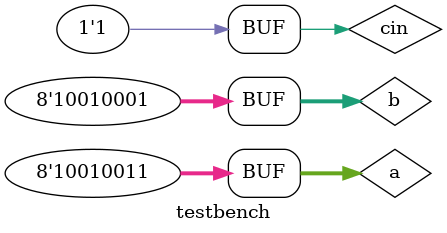
<source format=v>
module DECODER(d0,d1,d2,d3,d4,d5,d6,d7,x,y,z);input x,y,z;
output d0,d1,d2,d3,d4,d5,d6,d7;
wire x0,y0,z0;
not n1(x0,x);
not n2(y0,y);
not n3(z0,z);
and a0(d0,x0,y0,z0);
and a1(d1,x0,y0,z);
and a2(d2,x0,y,z0);
and a3(d3,x0,y,z);
and a4(d4,x,y0,z0);
and a5(d5,x,y0,z);
and a6(d6,x,y,z0);
and a7(d7,x,y,z);
endmodule
module FADDER(s,c,x,y,z);
input x,y,z;
wire d0,d1,d2,d3,d4,d5,d6,d7;
output s,c;
DECODER dec(d0,d1,d2,d3,d4,d5,d6,d7,x,y,z);
assign s = d1 | d2 | d4 | d7,
c = d3 | d5 | d6 | d7;
endmodule

module adder_8_bit(s,carry,a,b,cin);
input [7:0]a,b;
input cin;
output [7:0]s;
output carry;
wire c1,c2,c3,c4,c5,c6,c7;
FADDER f1(s[0],c1,a[0],b[0],cin);
FADDER f2(s[1],c2,a[1],b[1],c1);
FADDER f3(s[2],c3,a[2],b[2],c2);
FADDER f4(s[3],c4,a[3],b[3],c3);
FADDER f5(s[4],c5,a[4],b[4],c4);
FADDER f6(s[5],c6,a[5],b[5],c5);
FADDER f7(s[6],c7,a[6],b[6],c6);
FADDER f9(s[7],carry,a[7],b[7],c7   );
endmodule

module testbench;
reg [7:0]a,b;
reg cin;
wire [7:0]s;
wire carry;
adder_8_bit mod(s,carry,a,b,cin);
initial
begin
$dumpvars();
$dumpfile("8bit.vcd");
$monitor($time,"a=%b b=%b cin=%b",a,b,cin);
a=8'b10010010;
b=8'b10010010;
cin=1'b0;
#10a=8'b10010011;
b=8'b10010001;
cin=1'b1;
end
endmodule

</source>
